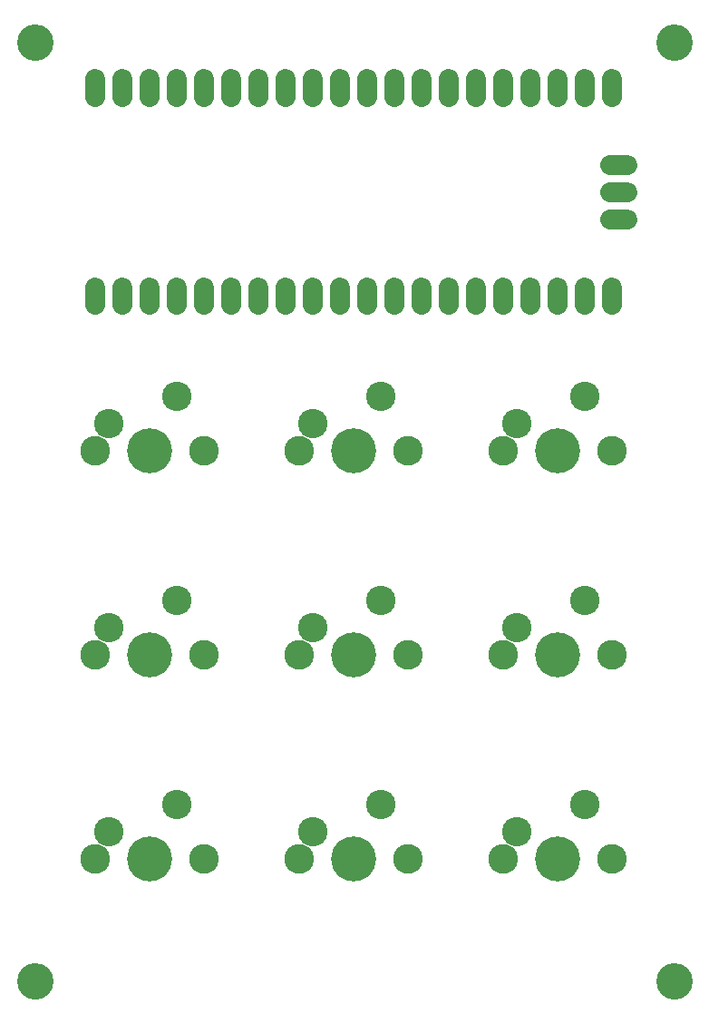
<source format=gbr>
G04 EAGLE Gerber RS-274X export*
G75*
%MOMM*%
%FSLAX34Y34*%
%LPD*%
%INSoldermask Bottom*%
%IPPOS*%
%AMOC8*
5,1,8,0,0,1.08239X$1,22.5*%
G01*
%ADD10C,3.403200*%
%ADD11C,2.743200*%
%ADD12C,2.774800*%
%ADD13C,4.203600*%
%ADD14C,1.853200*%


D10*
X38100Y38100D03*
X635000Y38100D03*
X635000Y914400D03*
X38100Y914400D03*
D11*
X107200Y559144D03*
X170700Y584544D03*
D12*
X94500Y533744D03*
X196100Y533744D03*
D13*
X145300Y533744D03*
D11*
X107200Y368644D03*
X170700Y394044D03*
D12*
X94500Y343244D03*
X196100Y343244D03*
D13*
X145300Y343244D03*
D11*
X107200Y178144D03*
X170700Y203544D03*
D12*
X94500Y152744D03*
X196100Y152744D03*
D13*
X145300Y152744D03*
D11*
X297700Y178144D03*
X361200Y203544D03*
D12*
X285000Y152744D03*
X386600Y152744D03*
D13*
X335800Y152744D03*
D11*
X297700Y368644D03*
X361200Y394044D03*
D12*
X285000Y343244D03*
X386600Y343244D03*
D13*
X335800Y343244D03*
D11*
X297700Y559144D03*
X361200Y584544D03*
D12*
X285000Y533744D03*
X386600Y533744D03*
D13*
X335800Y533744D03*
D11*
X488200Y178144D03*
X551700Y203544D03*
D12*
X475500Y152744D03*
X577100Y152744D03*
D13*
X526300Y152744D03*
D11*
X488200Y368644D03*
X551700Y394044D03*
D12*
X475500Y343244D03*
X577100Y343244D03*
D13*
X526300Y343244D03*
D11*
X488200Y559144D03*
X551700Y584544D03*
D12*
X475500Y533744D03*
X577100Y533744D03*
D13*
X526300Y533744D03*
D14*
X94500Y669644D02*
X94500Y686144D01*
X119900Y686144D02*
X119900Y669644D01*
X145300Y669644D02*
X145300Y686144D01*
X170700Y686144D02*
X170700Y669644D01*
X196100Y669644D02*
X196100Y686144D01*
X221500Y686144D02*
X221500Y669644D01*
X246900Y669644D02*
X246900Y686144D01*
X272300Y686144D02*
X272300Y669644D01*
X297700Y669644D02*
X297700Y686144D01*
X323100Y686144D02*
X323100Y669644D01*
X348500Y669644D02*
X348500Y686144D01*
X373900Y686144D02*
X373900Y669644D01*
X399300Y669644D02*
X399300Y686144D01*
X424700Y686144D02*
X424700Y669644D01*
X450100Y669644D02*
X450100Y686144D01*
X475500Y686144D02*
X475500Y669644D01*
X500900Y669644D02*
X500900Y686144D01*
X526300Y686144D02*
X526300Y669644D01*
X551700Y669644D02*
X551700Y686144D01*
X577100Y686144D02*
X577100Y669644D01*
X577100Y863944D02*
X577100Y880444D01*
X551700Y880444D02*
X551700Y863944D01*
X526300Y863944D02*
X526300Y880444D01*
X500900Y880444D02*
X500900Y863944D01*
X475500Y863944D02*
X475500Y880444D01*
X450100Y880444D02*
X450100Y863944D01*
X424700Y863944D02*
X424700Y880444D01*
X399300Y880444D02*
X399300Y863944D01*
X373900Y863944D02*
X373900Y880444D01*
X348500Y880444D02*
X348500Y863944D01*
X323100Y863944D02*
X323100Y880444D01*
X297700Y880444D02*
X297700Y863944D01*
X272300Y863944D02*
X272300Y880444D01*
X246900Y880444D02*
X246900Y863944D01*
X221500Y863944D02*
X221500Y880444D01*
X196100Y880444D02*
X196100Y863944D01*
X170700Y863944D02*
X170700Y880444D01*
X145300Y880444D02*
X145300Y863944D01*
X119900Y863944D02*
X119900Y880444D01*
X94500Y880444D02*
X94500Y863944D01*
X574800Y749644D02*
X591300Y749644D01*
X591300Y775044D02*
X574800Y775044D01*
X574800Y800444D02*
X591300Y800444D01*
M02*

</source>
